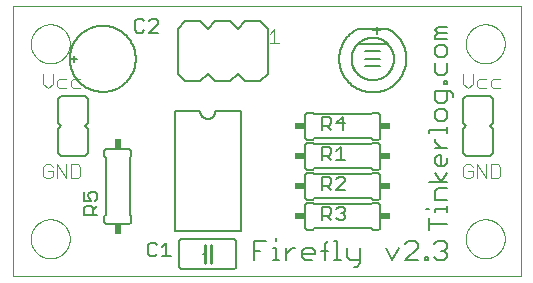
<source format=gto>
G75*
%MOIN*%
%OFA0B0*%
%FSLAX25Y25*%
%IPPOS*%
%LPD*%
%AMOC8*
5,1,8,0,0,1.08239X$1,22.5*
%
%ADD10C,0.00000*%
%ADD11C,0.00400*%
%ADD12C,0.00700*%
%ADD13C,0.00500*%
%ADD14C,0.00600*%
%ADD15R,0.03400X0.02400*%
%ADD16R,0.02400X0.03400*%
%ADD17C,0.01000*%
D10*
X0001494Y0001520D02*
X0001516Y0091480D01*
X0170850Y0091480D01*
X0170850Y0001520D01*
X0001494Y0001520D01*
X0007500Y0014000D02*
X0007502Y0014161D01*
X0007508Y0014321D01*
X0007518Y0014482D01*
X0007532Y0014642D01*
X0007550Y0014802D01*
X0007571Y0014961D01*
X0007597Y0015120D01*
X0007627Y0015278D01*
X0007660Y0015435D01*
X0007698Y0015592D01*
X0007739Y0015747D01*
X0007784Y0015901D01*
X0007833Y0016054D01*
X0007886Y0016206D01*
X0007942Y0016357D01*
X0008003Y0016506D01*
X0008066Y0016654D01*
X0008134Y0016800D01*
X0008205Y0016944D01*
X0008279Y0017086D01*
X0008357Y0017227D01*
X0008439Y0017365D01*
X0008524Y0017502D01*
X0008612Y0017636D01*
X0008704Y0017768D01*
X0008799Y0017898D01*
X0008897Y0018026D01*
X0008998Y0018151D01*
X0009102Y0018273D01*
X0009209Y0018393D01*
X0009319Y0018510D01*
X0009432Y0018625D01*
X0009548Y0018736D01*
X0009667Y0018845D01*
X0009788Y0018950D01*
X0009912Y0019053D01*
X0010038Y0019153D01*
X0010166Y0019249D01*
X0010297Y0019342D01*
X0010431Y0019432D01*
X0010566Y0019519D01*
X0010704Y0019602D01*
X0010843Y0019682D01*
X0010985Y0019758D01*
X0011128Y0019831D01*
X0011273Y0019900D01*
X0011420Y0019966D01*
X0011568Y0020028D01*
X0011718Y0020086D01*
X0011869Y0020141D01*
X0012022Y0020192D01*
X0012176Y0020239D01*
X0012331Y0020282D01*
X0012487Y0020321D01*
X0012643Y0020357D01*
X0012801Y0020388D01*
X0012959Y0020416D01*
X0013118Y0020440D01*
X0013278Y0020460D01*
X0013438Y0020476D01*
X0013598Y0020488D01*
X0013759Y0020496D01*
X0013920Y0020500D01*
X0014080Y0020500D01*
X0014241Y0020496D01*
X0014402Y0020488D01*
X0014562Y0020476D01*
X0014722Y0020460D01*
X0014882Y0020440D01*
X0015041Y0020416D01*
X0015199Y0020388D01*
X0015357Y0020357D01*
X0015513Y0020321D01*
X0015669Y0020282D01*
X0015824Y0020239D01*
X0015978Y0020192D01*
X0016131Y0020141D01*
X0016282Y0020086D01*
X0016432Y0020028D01*
X0016580Y0019966D01*
X0016727Y0019900D01*
X0016872Y0019831D01*
X0017015Y0019758D01*
X0017157Y0019682D01*
X0017296Y0019602D01*
X0017434Y0019519D01*
X0017569Y0019432D01*
X0017703Y0019342D01*
X0017834Y0019249D01*
X0017962Y0019153D01*
X0018088Y0019053D01*
X0018212Y0018950D01*
X0018333Y0018845D01*
X0018452Y0018736D01*
X0018568Y0018625D01*
X0018681Y0018510D01*
X0018791Y0018393D01*
X0018898Y0018273D01*
X0019002Y0018151D01*
X0019103Y0018026D01*
X0019201Y0017898D01*
X0019296Y0017768D01*
X0019388Y0017636D01*
X0019476Y0017502D01*
X0019561Y0017365D01*
X0019643Y0017227D01*
X0019721Y0017086D01*
X0019795Y0016944D01*
X0019866Y0016800D01*
X0019934Y0016654D01*
X0019997Y0016506D01*
X0020058Y0016357D01*
X0020114Y0016206D01*
X0020167Y0016054D01*
X0020216Y0015901D01*
X0020261Y0015747D01*
X0020302Y0015592D01*
X0020340Y0015435D01*
X0020373Y0015278D01*
X0020403Y0015120D01*
X0020429Y0014961D01*
X0020450Y0014802D01*
X0020468Y0014642D01*
X0020482Y0014482D01*
X0020492Y0014321D01*
X0020498Y0014161D01*
X0020500Y0014000D01*
X0020498Y0013839D01*
X0020492Y0013679D01*
X0020482Y0013518D01*
X0020468Y0013358D01*
X0020450Y0013198D01*
X0020429Y0013039D01*
X0020403Y0012880D01*
X0020373Y0012722D01*
X0020340Y0012565D01*
X0020302Y0012408D01*
X0020261Y0012253D01*
X0020216Y0012099D01*
X0020167Y0011946D01*
X0020114Y0011794D01*
X0020058Y0011643D01*
X0019997Y0011494D01*
X0019934Y0011346D01*
X0019866Y0011200D01*
X0019795Y0011056D01*
X0019721Y0010914D01*
X0019643Y0010773D01*
X0019561Y0010635D01*
X0019476Y0010498D01*
X0019388Y0010364D01*
X0019296Y0010232D01*
X0019201Y0010102D01*
X0019103Y0009974D01*
X0019002Y0009849D01*
X0018898Y0009727D01*
X0018791Y0009607D01*
X0018681Y0009490D01*
X0018568Y0009375D01*
X0018452Y0009264D01*
X0018333Y0009155D01*
X0018212Y0009050D01*
X0018088Y0008947D01*
X0017962Y0008847D01*
X0017834Y0008751D01*
X0017703Y0008658D01*
X0017569Y0008568D01*
X0017434Y0008481D01*
X0017296Y0008398D01*
X0017157Y0008318D01*
X0017015Y0008242D01*
X0016872Y0008169D01*
X0016727Y0008100D01*
X0016580Y0008034D01*
X0016432Y0007972D01*
X0016282Y0007914D01*
X0016131Y0007859D01*
X0015978Y0007808D01*
X0015824Y0007761D01*
X0015669Y0007718D01*
X0015513Y0007679D01*
X0015357Y0007643D01*
X0015199Y0007612D01*
X0015041Y0007584D01*
X0014882Y0007560D01*
X0014722Y0007540D01*
X0014562Y0007524D01*
X0014402Y0007512D01*
X0014241Y0007504D01*
X0014080Y0007500D01*
X0013920Y0007500D01*
X0013759Y0007504D01*
X0013598Y0007512D01*
X0013438Y0007524D01*
X0013278Y0007540D01*
X0013118Y0007560D01*
X0012959Y0007584D01*
X0012801Y0007612D01*
X0012643Y0007643D01*
X0012487Y0007679D01*
X0012331Y0007718D01*
X0012176Y0007761D01*
X0012022Y0007808D01*
X0011869Y0007859D01*
X0011718Y0007914D01*
X0011568Y0007972D01*
X0011420Y0008034D01*
X0011273Y0008100D01*
X0011128Y0008169D01*
X0010985Y0008242D01*
X0010843Y0008318D01*
X0010704Y0008398D01*
X0010566Y0008481D01*
X0010431Y0008568D01*
X0010297Y0008658D01*
X0010166Y0008751D01*
X0010038Y0008847D01*
X0009912Y0008947D01*
X0009788Y0009050D01*
X0009667Y0009155D01*
X0009548Y0009264D01*
X0009432Y0009375D01*
X0009319Y0009490D01*
X0009209Y0009607D01*
X0009102Y0009727D01*
X0008998Y0009849D01*
X0008897Y0009974D01*
X0008799Y0010102D01*
X0008704Y0010232D01*
X0008612Y0010364D01*
X0008524Y0010498D01*
X0008439Y0010635D01*
X0008357Y0010773D01*
X0008279Y0010914D01*
X0008205Y0011056D01*
X0008134Y0011200D01*
X0008066Y0011346D01*
X0008003Y0011494D01*
X0007942Y0011643D01*
X0007886Y0011794D01*
X0007833Y0011946D01*
X0007784Y0012099D01*
X0007739Y0012253D01*
X0007698Y0012408D01*
X0007660Y0012565D01*
X0007627Y0012722D01*
X0007597Y0012880D01*
X0007571Y0013039D01*
X0007550Y0013198D01*
X0007532Y0013358D01*
X0007518Y0013518D01*
X0007508Y0013679D01*
X0007502Y0013839D01*
X0007500Y0014000D01*
X0007500Y0079000D02*
X0007502Y0079161D01*
X0007508Y0079321D01*
X0007518Y0079482D01*
X0007532Y0079642D01*
X0007550Y0079802D01*
X0007571Y0079961D01*
X0007597Y0080120D01*
X0007627Y0080278D01*
X0007660Y0080435D01*
X0007698Y0080592D01*
X0007739Y0080747D01*
X0007784Y0080901D01*
X0007833Y0081054D01*
X0007886Y0081206D01*
X0007942Y0081357D01*
X0008003Y0081506D01*
X0008066Y0081654D01*
X0008134Y0081800D01*
X0008205Y0081944D01*
X0008279Y0082086D01*
X0008357Y0082227D01*
X0008439Y0082365D01*
X0008524Y0082502D01*
X0008612Y0082636D01*
X0008704Y0082768D01*
X0008799Y0082898D01*
X0008897Y0083026D01*
X0008998Y0083151D01*
X0009102Y0083273D01*
X0009209Y0083393D01*
X0009319Y0083510D01*
X0009432Y0083625D01*
X0009548Y0083736D01*
X0009667Y0083845D01*
X0009788Y0083950D01*
X0009912Y0084053D01*
X0010038Y0084153D01*
X0010166Y0084249D01*
X0010297Y0084342D01*
X0010431Y0084432D01*
X0010566Y0084519D01*
X0010704Y0084602D01*
X0010843Y0084682D01*
X0010985Y0084758D01*
X0011128Y0084831D01*
X0011273Y0084900D01*
X0011420Y0084966D01*
X0011568Y0085028D01*
X0011718Y0085086D01*
X0011869Y0085141D01*
X0012022Y0085192D01*
X0012176Y0085239D01*
X0012331Y0085282D01*
X0012487Y0085321D01*
X0012643Y0085357D01*
X0012801Y0085388D01*
X0012959Y0085416D01*
X0013118Y0085440D01*
X0013278Y0085460D01*
X0013438Y0085476D01*
X0013598Y0085488D01*
X0013759Y0085496D01*
X0013920Y0085500D01*
X0014080Y0085500D01*
X0014241Y0085496D01*
X0014402Y0085488D01*
X0014562Y0085476D01*
X0014722Y0085460D01*
X0014882Y0085440D01*
X0015041Y0085416D01*
X0015199Y0085388D01*
X0015357Y0085357D01*
X0015513Y0085321D01*
X0015669Y0085282D01*
X0015824Y0085239D01*
X0015978Y0085192D01*
X0016131Y0085141D01*
X0016282Y0085086D01*
X0016432Y0085028D01*
X0016580Y0084966D01*
X0016727Y0084900D01*
X0016872Y0084831D01*
X0017015Y0084758D01*
X0017157Y0084682D01*
X0017296Y0084602D01*
X0017434Y0084519D01*
X0017569Y0084432D01*
X0017703Y0084342D01*
X0017834Y0084249D01*
X0017962Y0084153D01*
X0018088Y0084053D01*
X0018212Y0083950D01*
X0018333Y0083845D01*
X0018452Y0083736D01*
X0018568Y0083625D01*
X0018681Y0083510D01*
X0018791Y0083393D01*
X0018898Y0083273D01*
X0019002Y0083151D01*
X0019103Y0083026D01*
X0019201Y0082898D01*
X0019296Y0082768D01*
X0019388Y0082636D01*
X0019476Y0082502D01*
X0019561Y0082365D01*
X0019643Y0082227D01*
X0019721Y0082086D01*
X0019795Y0081944D01*
X0019866Y0081800D01*
X0019934Y0081654D01*
X0019997Y0081506D01*
X0020058Y0081357D01*
X0020114Y0081206D01*
X0020167Y0081054D01*
X0020216Y0080901D01*
X0020261Y0080747D01*
X0020302Y0080592D01*
X0020340Y0080435D01*
X0020373Y0080278D01*
X0020403Y0080120D01*
X0020429Y0079961D01*
X0020450Y0079802D01*
X0020468Y0079642D01*
X0020482Y0079482D01*
X0020492Y0079321D01*
X0020498Y0079161D01*
X0020500Y0079000D01*
X0020498Y0078839D01*
X0020492Y0078679D01*
X0020482Y0078518D01*
X0020468Y0078358D01*
X0020450Y0078198D01*
X0020429Y0078039D01*
X0020403Y0077880D01*
X0020373Y0077722D01*
X0020340Y0077565D01*
X0020302Y0077408D01*
X0020261Y0077253D01*
X0020216Y0077099D01*
X0020167Y0076946D01*
X0020114Y0076794D01*
X0020058Y0076643D01*
X0019997Y0076494D01*
X0019934Y0076346D01*
X0019866Y0076200D01*
X0019795Y0076056D01*
X0019721Y0075914D01*
X0019643Y0075773D01*
X0019561Y0075635D01*
X0019476Y0075498D01*
X0019388Y0075364D01*
X0019296Y0075232D01*
X0019201Y0075102D01*
X0019103Y0074974D01*
X0019002Y0074849D01*
X0018898Y0074727D01*
X0018791Y0074607D01*
X0018681Y0074490D01*
X0018568Y0074375D01*
X0018452Y0074264D01*
X0018333Y0074155D01*
X0018212Y0074050D01*
X0018088Y0073947D01*
X0017962Y0073847D01*
X0017834Y0073751D01*
X0017703Y0073658D01*
X0017569Y0073568D01*
X0017434Y0073481D01*
X0017296Y0073398D01*
X0017157Y0073318D01*
X0017015Y0073242D01*
X0016872Y0073169D01*
X0016727Y0073100D01*
X0016580Y0073034D01*
X0016432Y0072972D01*
X0016282Y0072914D01*
X0016131Y0072859D01*
X0015978Y0072808D01*
X0015824Y0072761D01*
X0015669Y0072718D01*
X0015513Y0072679D01*
X0015357Y0072643D01*
X0015199Y0072612D01*
X0015041Y0072584D01*
X0014882Y0072560D01*
X0014722Y0072540D01*
X0014562Y0072524D01*
X0014402Y0072512D01*
X0014241Y0072504D01*
X0014080Y0072500D01*
X0013920Y0072500D01*
X0013759Y0072504D01*
X0013598Y0072512D01*
X0013438Y0072524D01*
X0013278Y0072540D01*
X0013118Y0072560D01*
X0012959Y0072584D01*
X0012801Y0072612D01*
X0012643Y0072643D01*
X0012487Y0072679D01*
X0012331Y0072718D01*
X0012176Y0072761D01*
X0012022Y0072808D01*
X0011869Y0072859D01*
X0011718Y0072914D01*
X0011568Y0072972D01*
X0011420Y0073034D01*
X0011273Y0073100D01*
X0011128Y0073169D01*
X0010985Y0073242D01*
X0010843Y0073318D01*
X0010704Y0073398D01*
X0010566Y0073481D01*
X0010431Y0073568D01*
X0010297Y0073658D01*
X0010166Y0073751D01*
X0010038Y0073847D01*
X0009912Y0073947D01*
X0009788Y0074050D01*
X0009667Y0074155D01*
X0009548Y0074264D01*
X0009432Y0074375D01*
X0009319Y0074490D01*
X0009209Y0074607D01*
X0009102Y0074727D01*
X0008998Y0074849D01*
X0008897Y0074974D01*
X0008799Y0075102D01*
X0008704Y0075232D01*
X0008612Y0075364D01*
X0008524Y0075498D01*
X0008439Y0075635D01*
X0008357Y0075773D01*
X0008279Y0075914D01*
X0008205Y0076056D01*
X0008134Y0076200D01*
X0008066Y0076346D01*
X0008003Y0076494D01*
X0007942Y0076643D01*
X0007886Y0076794D01*
X0007833Y0076946D01*
X0007784Y0077099D01*
X0007739Y0077253D01*
X0007698Y0077408D01*
X0007660Y0077565D01*
X0007627Y0077722D01*
X0007597Y0077880D01*
X0007571Y0078039D01*
X0007550Y0078198D01*
X0007532Y0078358D01*
X0007518Y0078518D01*
X0007508Y0078679D01*
X0007502Y0078839D01*
X0007500Y0079000D01*
X0152500Y0079000D02*
X0152502Y0079161D01*
X0152508Y0079321D01*
X0152518Y0079482D01*
X0152532Y0079642D01*
X0152550Y0079802D01*
X0152571Y0079961D01*
X0152597Y0080120D01*
X0152627Y0080278D01*
X0152660Y0080435D01*
X0152698Y0080592D01*
X0152739Y0080747D01*
X0152784Y0080901D01*
X0152833Y0081054D01*
X0152886Y0081206D01*
X0152942Y0081357D01*
X0153003Y0081506D01*
X0153066Y0081654D01*
X0153134Y0081800D01*
X0153205Y0081944D01*
X0153279Y0082086D01*
X0153357Y0082227D01*
X0153439Y0082365D01*
X0153524Y0082502D01*
X0153612Y0082636D01*
X0153704Y0082768D01*
X0153799Y0082898D01*
X0153897Y0083026D01*
X0153998Y0083151D01*
X0154102Y0083273D01*
X0154209Y0083393D01*
X0154319Y0083510D01*
X0154432Y0083625D01*
X0154548Y0083736D01*
X0154667Y0083845D01*
X0154788Y0083950D01*
X0154912Y0084053D01*
X0155038Y0084153D01*
X0155166Y0084249D01*
X0155297Y0084342D01*
X0155431Y0084432D01*
X0155566Y0084519D01*
X0155704Y0084602D01*
X0155843Y0084682D01*
X0155985Y0084758D01*
X0156128Y0084831D01*
X0156273Y0084900D01*
X0156420Y0084966D01*
X0156568Y0085028D01*
X0156718Y0085086D01*
X0156869Y0085141D01*
X0157022Y0085192D01*
X0157176Y0085239D01*
X0157331Y0085282D01*
X0157487Y0085321D01*
X0157643Y0085357D01*
X0157801Y0085388D01*
X0157959Y0085416D01*
X0158118Y0085440D01*
X0158278Y0085460D01*
X0158438Y0085476D01*
X0158598Y0085488D01*
X0158759Y0085496D01*
X0158920Y0085500D01*
X0159080Y0085500D01*
X0159241Y0085496D01*
X0159402Y0085488D01*
X0159562Y0085476D01*
X0159722Y0085460D01*
X0159882Y0085440D01*
X0160041Y0085416D01*
X0160199Y0085388D01*
X0160357Y0085357D01*
X0160513Y0085321D01*
X0160669Y0085282D01*
X0160824Y0085239D01*
X0160978Y0085192D01*
X0161131Y0085141D01*
X0161282Y0085086D01*
X0161432Y0085028D01*
X0161580Y0084966D01*
X0161727Y0084900D01*
X0161872Y0084831D01*
X0162015Y0084758D01*
X0162157Y0084682D01*
X0162296Y0084602D01*
X0162434Y0084519D01*
X0162569Y0084432D01*
X0162703Y0084342D01*
X0162834Y0084249D01*
X0162962Y0084153D01*
X0163088Y0084053D01*
X0163212Y0083950D01*
X0163333Y0083845D01*
X0163452Y0083736D01*
X0163568Y0083625D01*
X0163681Y0083510D01*
X0163791Y0083393D01*
X0163898Y0083273D01*
X0164002Y0083151D01*
X0164103Y0083026D01*
X0164201Y0082898D01*
X0164296Y0082768D01*
X0164388Y0082636D01*
X0164476Y0082502D01*
X0164561Y0082365D01*
X0164643Y0082227D01*
X0164721Y0082086D01*
X0164795Y0081944D01*
X0164866Y0081800D01*
X0164934Y0081654D01*
X0164997Y0081506D01*
X0165058Y0081357D01*
X0165114Y0081206D01*
X0165167Y0081054D01*
X0165216Y0080901D01*
X0165261Y0080747D01*
X0165302Y0080592D01*
X0165340Y0080435D01*
X0165373Y0080278D01*
X0165403Y0080120D01*
X0165429Y0079961D01*
X0165450Y0079802D01*
X0165468Y0079642D01*
X0165482Y0079482D01*
X0165492Y0079321D01*
X0165498Y0079161D01*
X0165500Y0079000D01*
X0165498Y0078839D01*
X0165492Y0078679D01*
X0165482Y0078518D01*
X0165468Y0078358D01*
X0165450Y0078198D01*
X0165429Y0078039D01*
X0165403Y0077880D01*
X0165373Y0077722D01*
X0165340Y0077565D01*
X0165302Y0077408D01*
X0165261Y0077253D01*
X0165216Y0077099D01*
X0165167Y0076946D01*
X0165114Y0076794D01*
X0165058Y0076643D01*
X0164997Y0076494D01*
X0164934Y0076346D01*
X0164866Y0076200D01*
X0164795Y0076056D01*
X0164721Y0075914D01*
X0164643Y0075773D01*
X0164561Y0075635D01*
X0164476Y0075498D01*
X0164388Y0075364D01*
X0164296Y0075232D01*
X0164201Y0075102D01*
X0164103Y0074974D01*
X0164002Y0074849D01*
X0163898Y0074727D01*
X0163791Y0074607D01*
X0163681Y0074490D01*
X0163568Y0074375D01*
X0163452Y0074264D01*
X0163333Y0074155D01*
X0163212Y0074050D01*
X0163088Y0073947D01*
X0162962Y0073847D01*
X0162834Y0073751D01*
X0162703Y0073658D01*
X0162569Y0073568D01*
X0162434Y0073481D01*
X0162296Y0073398D01*
X0162157Y0073318D01*
X0162015Y0073242D01*
X0161872Y0073169D01*
X0161727Y0073100D01*
X0161580Y0073034D01*
X0161432Y0072972D01*
X0161282Y0072914D01*
X0161131Y0072859D01*
X0160978Y0072808D01*
X0160824Y0072761D01*
X0160669Y0072718D01*
X0160513Y0072679D01*
X0160357Y0072643D01*
X0160199Y0072612D01*
X0160041Y0072584D01*
X0159882Y0072560D01*
X0159722Y0072540D01*
X0159562Y0072524D01*
X0159402Y0072512D01*
X0159241Y0072504D01*
X0159080Y0072500D01*
X0158920Y0072500D01*
X0158759Y0072504D01*
X0158598Y0072512D01*
X0158438Y0072524D01*
X0158278Y0072540D01*
X0158118Y0072560D01*
X0157959Y0072584D01*
X0157801Y0072612D01*
X0157643Y0072643D01*
X0157487Y0072679D01*
X0157331Y0072718D01*
X0157176Y0072761D01*
X0157022Y0072808D01*
X0156869Y0072859D01*
X0156718Y0072914D01*
X0156568Y0072972D01*
X0156420Y0073034D01*
X0156273Y0073100D01*
X0156128Y0073169D01*
X0155985Y0073242D01*
X0155843Y0073318D01*
X0155704Y0073398D01*
X0155566Y0073481D01*
X0155431Y0073568D01*
X0155297Y0073658D01*
X0155166Y0073751D01*
X0155038Y0073847D01*
X0154912Y0073947D01*
X0154788Y0074050D01*
X0154667Y0074155D01*
X0154548Y0074264D01*
X0154432Y0074375D01*
X0154319Y0074490D01*
X0154209Y0074607D01*
X0154102Y0074727D01*
X0153998Y0074849D01*
X0153897Y0074974D01*
X0153799Y0075102D01*
X0153704Y0075232D01*
X0153612Y0075364D01*
X0153524Y0075498D01*
X0153439Y0075635D01*
X0153357Y0075773D01*
X0153279Y0075914D01*
X0153205Y0076056D01*
X0153134Y0076200D01*
X0153066Y0076346D01*
X0153003Y0076494D01*
X0152942Y0076643D01*
X0152886Y0076794D01*
X0152833Y0076946D01*
X0152784Y0077099D01*
X0152739Y0077253D01*
X0152698Y0077408D01*
X0152660Y0077565D01*
X0152627Y0077722D01*
X0152597Y0077880D01*
X0152571Y0078039D01*
X0152550Y0078198D01*
X0152532Y0078358D01*
X0152518Y0078518D01*
X0152508Y0078679D01*
X0152502Y0078839D01*
X0152500Y0079000D01*
X0152500Y0014000D02*
X0152502Y0014161D01*
X0152508Y0014321D01*
X0152518Y0014482D01*
X0152532Y0014642D01*
X0152550Y0014802D01*
X0152571Y0014961D01*
X0152597Y0015120D01*
X0152627Y0015278D01*
X0152660Y0015435D01*
X0152698Y0015592D01*
X0152739Y0015747D01*
X0152784Y0015901D01*
X0152833Y0016054D01*
X0152886Y0016206D01*
X0152942Y0016357D01*
X0153003Y0016506D01*
X0153066Y0016654D01*
X0153134Y0016800D01*
X0153205Y0016944D01*
X0153279Y0017086D01*
X0153357Y0017227D01*
X0153439Y0017365D01*
X0153524Y0017502D01*
X0153612Y0017636D01*
X0153704Y0017768D01*
X0153799Y0017898D01*
X0153897Y0018026D01*
X0153998Y0018151D01*
X0154102Y0018273D01*
X0154209Y0018393D01*
X0154319Y0018510D01*
X0154432Y0018625D01*
X0154548Y0018736D01*
X0154667Y0018845D01*
X0154788Y0018950D01*
X0154912Y0019053D01*
X0155038Y0019153D01*
X0155166Y0019249D01*
X0155297Y0019342D01*
X0155431Y0019432D01*
X0155566Y0019519D01*
X0155704Y0019602D01*
X0155843Y0019682D01*
X0155985Y0019758D01*
X0156128Y0019831D01*
X0156273Y0019900D01*
X0156420Y0019966D01*
X0156568Y0020028D01*
X0156718Y0020086D01*
X0156869Y0020141D01*
X0157022Y0020192D01*
X0157176Y0020239D01*
X0157331Y0020282D01*
X0157487Y0020321D01*
X0157643Y0020357D01*
X0157801Y0020388D01*
X0157959Y0020416D01*
X0158118Y0020440D01*
X0158278Y0020460D01*
X0158438Y0020476D01*
X0158598Y0020488D01*
X0158759Y0020496D01*
X0158920Y0020500D01*
X0159080Y0020500D01*
X0159241Y0020496D01*
X0159402Y0020488D01*
X0159562Y0020476D01*
X0159722Y0020460D01*
X0159882Y0020440D01*
X0160041Y0020416D01*
X0160199Y0020388D01*
X0160357Y0020357D01*
X0160513Y0020321D01*
X0160669Y0020282D01*
X0160824Y0020239D01*
X0160978Y0020192D01*
X0161131Y0020141D01*
X0161282Y0020086D01*
X0161432Y0020028D01*
X0161580Y0019966D01*
X0161727Y0019900D01*
X0161872Y0019831D01*
X0162015Y0019758D01*
X0162157Y0019682D01*
X0162296Y0019602D01*
X0162434Y0019519D01*
X0162569Y0019432D01*
X0162703Y0019342D01*
X0162834Y0019249D01*
X0162962Y0019153D01*
X0163088Y0019053D01*
X0163212Y0018950D01*
X0163333Y0018845D01*
X0163452Y0018736D01*
X0163568Y0018625D01*
X0163681Y0018510D01*
X0163791Y0018393D01*
X0163898Y0018273D01*
X0164002Y0018151D01*
X0164103Y0018026D01*
X0164201Y0017898D01*
X0164296Y0017768D01*
X0164388Y0017636D01*
X0164476Y0017502D01*
X0164561Y0017365D01*
X0164643Y0017227D01*
X0164721Y0017086D01*
X0164795Y0016944D01*
X0164866Y0016800D01*
X0164934Y0016654D01*
X0164997Y0016506D01*
X0165058Y0016357D01*
X0165114Y0016206D01*
X0165167Y0016054D01*
X0165216Y0015901D01*
X0165261Y0015747D01*
X0165302Y0015592D01*
X0165340Y0015435D01*
X0165373Y0015278D01*
X0165403Y0015120D01*
X0165429Y0014961D01*
X0165450Y0014802D01*
X0165468Y0014642D01*
X0165482Y0014482D01*
X0165492Y0014321D01*
X0165498Y0014161D01*
X0165500Y0014000D01*
X0165498Y0013839D01*
X0165492Y0013679D01*
X0165482Y0013518D01*
X0165468Y0013358D01*
X0165450Y0013198D01*
X0165429Y0013039D01*
X0165403Y0012880D01*
X0165373Y0012722D01*
X0165340Y0012565D01*
X0165302Y0012408D01*
X0165261Y0012253D01*
X0165216Y0012099D01*
X0165167Y0011946D01*
X0165114Y0011794D01*
X0165058Y0011643D01*
X0164997Y0011494D01*
X0164934Y0011346D01*
X0164866Y0011200D01*
X0164795Y0011056D01*
X0164721Y0010914D01*
X0164643Y0010773D01*
X0164561Y0010635D01*
X0164476Y0010498D01*
X0164388Y0010364D01*
X0164296Y0010232D01*
X0164201Y0010102D01*
X0164103Y0009974D01*
X0164002Y0009849D01*
X0163898Y0009727D01*
X0163791Y0009607D01*
X0163681Y0009490D01*
X0163568Y0009375D01*
X0163452Y0009264D01*
X0163333Y0009155D01*
X0163212Y0009050D01*
X0163088Y0008947D01*
X0162962Y0008847D01*
X0162834Y0008751D01*
X0162703Y0008658D01*
X0162569Y0008568D01*
X0162434Y0008481D01*
X0162296Y0008398D01*
X0162157Y0008318D01*
X0162015Y0008242D01*
X0161872Y0008169D01*
X0161727Y0008100D01*
X0161580Y0008034D01*
X0161432Y0007972D01*
X0161282Y0007914D01*
X0161131Y0007859D01*
X0160978Y0007808D01*
X0160824Y0007761D01*
X0160669Y0007718D01*
X0160513Y0007679D01*
X0160357Y0007643D01*
X0160199Y0007612D01*
X0160041Y0007584D01*
X0159882Y0007560D01*
X0159722Y0007540D01*
X0159562Y0007524D01*
X0159402Y0007512D01*
X0159241Y0007504D01*
X0159080Y0007500D01*
X0158920Y0007500D01*
X0158759Y0007504D01*
X0158598Y0007512D01*
X0158438Y0007524D01*
X0158278Y0007540D01*
X0158118Y0007560D01*
X0157959Y0007584D01*
X0157801Y0007612D01*
X0157643Y0007643D01*
X0157487Y0007679D01*
X0157331Y0007718D01*
X0157176Y0007761D01*
X0157022Y0007808D01*
X0156869Y0007859D01*
X0156718Y0007914D01*
X0156568Y0007972D01*
X0156420Y0008034D01*
X0156273Y0008100D01*
X0156128Y0008169D01*
X0155985Y0008242D01*
X0155843Y0008318D01*
X0155704Y0008398D01*
X0155566Y0008481D01*
X0155431Y0008568D01*
X0155297Y0008658D01*
X0155166Y0008751D01*
X0155038Y0008847D01*
X0154912Y0008947D01*
X0154788Y0009050D01*
X0154667Y0009155D01*
X0154548Y0009264D01*
X0154432Y0009375D01*
X0154319Y0009490D01*
X0154209Y0009607D01*
X0154102Y0009727D01*
X0153998Y0009849D01*
X0153897Y0009974D01*
X0153799Y0010102D01*
X0153704Y0010232D01*
X0153612Y0010364D01*
X0153524Y0010498D01*
X0153439Y0010635D01*
X0153357Y0010773D01*
X0153279Y0010914D01*
X0153205Y0011056D01*
X0153134Y0011200D01*
X0153066Y0011346D01*
X0153003Y0011494D01*
X0152942Y0011643D01*
X0152886Y0011794D01*
X0152833Y0011946D01*
X0152784Y0012099D01*
X0152739Y0012253D01*
X0152698Y0012408D01*
X0152660Y0012565D01*
X0152627Y0012722D01*
X0152597Y0012880D01*
X0152571Y0013039D01*
X0152550Y0013198D01*
X0152532Y0013358D01*
X0152518Y0013518D01*
X0152508Y0013679D01*
X0152502Y0013839D01*
X0152500Y0014000D01*
D11*
X0152467Y0034200D02*
X0154002Y0034200D01*
X0154769Y0034967D01*
X0154769Y0036502D01*
X0153235Y0036502D01*
X0154769Y0038037D02*
X0154002Y0038804D01*
X0152467Y0038804D01*
X0151700Y0038037D01*
X0151700Y0034967D01*
X0152467Y0034200D01*
X0156304Y0034200D02*
X0156304Y0038804D01*
X0159373Y0034200D01*
X0159373Y0038804D01*
X0160908Y0038804D02*
X0163210Y0038804D01*
X0163977Y0038037D01*
X0163977Y0034967D01*
X0163210Y0034200D01*
X0160908Y0034200D01*
X0160908Y0038804D01*
X0161675Y0064200D02*
X0163977Y0064200D01*
X0161675Y0064200D02*
X0160908Y0064967D01*
X0160908Y0066502D01*
X0161675Y0067269D01*
X0163977Y0067269D01*
X0159373Y0067269D02*
X0157071Y0067269D01*
X0156304Y0066502D01*
X0156304Y0064967D01*
X0157071Y0064200D01*
X0159373Y0064200D01*
X0154769Y0065735D02*
X0154769Y0068804D01*
X0151700Y0068804D02*
X0151700Y0065735D01*
X0153235Y0064200D01*
X0154769Y0065735D01*
X0090165Y0079200D02*
X0087096Y0079200D01*
X0088631Y0079200D02*
X0088631Y0083804D01*
X0087096Y0082269D01*
X0023977Y0067269D02*
X0021675Y0067269D01*
X0020908Y0066502D01*
X0020908Y0064967D01*
X0021675Y0064200D01*
X0023977Y0064200D01*
X0019373Y0064200D02*
X0017071Y0064200D01*
X0016304Y0064967D01*
X0016304Y0066502D01*
X0017071Y0067269D01*
X0019373Y0067269D01*
X0014769Y0065735D02*
X0014769Y0068804D01*
X0011700Y0068804D02*
X0011700Y0065735D01*
X0013235Y0064200D01*
X0014769Y0065735D01*
X0014002Y0038804D02*
X0012467Y0038804D01*
X0011700Y0038037D01*
X0011700Y0034967D01*
X0012467Y0034200D01*
X0014002Y0034200D01*
X0014769Y0034967D01*
X0014769Y0036502D01*
X0013235Y0036502D01*
X0014769Y0038037D02*
X0014002Y0038804D01*
X0016304Y0038804D02*
X0019373Y0034200D01*
X0019373Y0038804D01*
X0020908Y0038804D02*
X0023210Y0038804D01*
X0023977Y0038037D01*
X0023977Y0034967D01*
X0023210Y0034200D01*
X0020908Y0034200D01*
X0020908Y0038804D01*
X0016304Y0038804D02*
X0016304Y0034200D01*
D12*
X0081850Y0013155D02*
X0081850Y0006850D01*
X0081850Y0010003D02*
X0083952Y0010003D01*
X0088295Y0011054D02*
X0089346Y0011054D01*
X0089346Y0006850D01*
X0088295Y0006850D02*
X0090397Y0006850D01*
X0092592Y0006850D02*
X0092592Y0011054D01*
X0092592Y0008952D02*
X0094694Y0011054D01*
X0095745Y0011054D01*
X0097964Y0010003D02*
X0099015Y0011054D01*
X0101116Y0011054D01*
X0102167Y0010003D01*
X0102167Y0008952D01*
X0097964Y0008952D01*
X0097964Y0007901D02*
X0097964Y0010003D01*
X0097964Y0007901D02*
X0099015Y0006850D01*
X0101116Y0006850D01*
X0105460Y0006850D02*
X0105460Y0012104D01*
X0106511Y0013155D01*
X0108706Y0013155D02*
X0109757Y0013155D01*
X0109757Y0006850D01*
X0108706Y0006850D02*
X0110808Y0006850D01*
X0113003Y0007901D02*
X0114054Y0006850D01*
X0117207Y0006850D01*
X0117207Y0005799D02*
X0116156Y0004748D01*
X0115105Y0004748D01*
X0117207Y0005799D02*
X0117207Y0011054D01*
X0113003Y0011054D02*
X0113003Y0007901D01*
X0106511Y0010003D02*
X0104409Y0010003D01*
X0089346Y0013155D02*
X0089346Y0014206D01*
X0086054Y0013155D02*
X0081850Y0013155D01*
X0125894Y0011054D02*
X0127996Y0006850D01*
X0130098Y0011054D01*
X0132340Y0012104D02*
X0133391Y0013155D01*
X0135492Y0013155D01*
X0136543Y0012104D01*
X0136543Y0011054D01*
X0132340Y0006850D01*
X0136543Y0006850D01*
X0138785Y0006850D02*
X0139836Y0006850D01*
X0139836Y0007901D01*
X0138785Y0007901D01*
X0138785Y0006850D01*
X0142008Y0007901D02*
X0143059Y0006850D01*
X0145161Y0006850D01*
X0146212Y0007901D01*
X0146212Y0008952D01*
X0145161Y0010003D01*
X0144110Y0010003D01*
X0145161Y0010003D02*
X0146212Y0011054D01*
X0146212Y0012104D01*
X0145161Y0013155D01*
X0143059Y0013155D01*
X0142008Y0012104D01*
X0140245Y0016850D02*
X0140245Y0020787D01*
X0140245Y0018818D02*
X0146150Y0018818D01*
X0146150Y0022927D02*
X0146150Y0024896D01*
X0146150Y0023911D02*
X0142213Y0023911D01*
X0142213Y0022927D01*
X0140245Y0023911D02*
X0139261Y0023911D01*
X0142213Y0026979D02*
X0142213Y0029931D01*
X0143197Y0030915D01*
X0146150Y0030915D01*
X0146150Y0033056D02*
X0140245Y0033056D01*
X0142213Y0036008D02*
X0144182Y0033056D01*
X0146150Y0036008D01*
X0145166Y0038120D02*
X0143197Y0038120D01*
X0142213Y0039104D01*
X0142213Y0041073D01*
X0143197Y0042057D01*
X0144182Y0042057D01*
X0144182Y0038120D01*
X0145166Y0038120D02*
X0146150Y0039104D01*
X0146150Y0041073D01*
X0146150Y0044197D02*
X0142213Y0044197D01*
X0144182Y0044197D02*
X0142213Y0046166D01*
X0142213Y0047150D01*
X0140245Y0049262D02*
X0140245Y0050246D01*
X0146150Y0050246D01*
X0146150Y0049262D02*
X0146150Y0051230D01*
X0145166Y0053313D02*
X0143197Y0053313D01*
X0142213Y0054297D01*
X0142213Y0056266D01*
X0143197Y0057250D01*
X0145166Y0057250D01*
X0146150Y0056266D01*
X0146150Y0054297D01*
X0145166Y0053313D01*
X0145166Y0059390D02*
X0143197Y0059390D01*
X0142213Y0060374D01*
X0142213Y0063327D01*
X0147134Y0063327D01*
X0148118Y0062343D01*
X0148118Y0061359D01*
X0146150Y0060374D02*
X0146150Y0063327D01*
X0146150Y0065467D02*
X0145166Y0065467D01*
X0145166Y0066452D01*
X0146150Y0066452D01*
X0146150Y0065467D01*
X0145166Y0068506D02*
X0143197Y0068506D01*
X0142213Y0069490D01*
X0142213Y0072443D01*
X0146150Y0072443D02*
X0146150Y0069490D01*
X0145166Y0068506D01*
X0145166Y0074583D02*
X0143197Y0074583D01*
X0142213Y0075567D01*
X0142213Y0077536D01*
X0143197Y0078520D01*
X0145166Y0078520D01*
X0146150Y0077536D01*
X0146150Y0075567D01*
X0145166Y0074583D01*
X0146150Y0080660D02*
X0142213Y0080660D01*
X0142213Y0081645D01*
X0143197Y0082629D01*
X0142213Y0083613D01*
X0143197Y0084597D01*
X0146150Y0084597D01*
X0146150Y0082629D02*
X0143197Y0082629D01*
X0146150Y0060374D02*
X0145166Y0059390D01*
X0146150Y0026979D02*
X0142213Y0026979D01*
D13*
X0112356Y0024003D02*
X0112356Y0023253D01*
X0111606Y0022502D01*
X0112356Y0021751D01*
X0112356Y0021001D01*
X0111606Y0020250D01*
X0110105Y0020250D01*
X0109354Y0021001D01*
X0107753Y0020250D02*
X0106251Y0021751D01*
X0107002Y0021751D02*
X0104750Y0021751D01*
X0107002Y0021751D02*
X0107753Y0022502D01*
X0107753Y0024003D01*
X0107002Y0024754D01*
X0104750Y0024754D01*
X0104750Y0020250D01*
X0109354Y0024003D02*
X0110105Y0024754D01*
X0111606Y0024754D01*
X0112356Y0024003D01*
X0111606Y0022502D02*
X0110855Y0022502D01*
X0109354Y0030250D02*
X0112356Y0033253D01*
X0112356Y0034003D01*
X0111606Y0034754D01*
X0110105Y0034754D01*
X0109354Y0034003D01*
X0107753Y0034003D02*
X0107753Y0032502D01*
X0107002Y0031751D01*
X0104750Y0031751D01*
X0106251Y0031751D02*
X0107753Y0030250D01*
X0109354Y0030250D02*
X0112356Y0030250D01*
X0107753Y0034003D02*
X0107002Y0034754D01*
X0104750Y0034754D01*
X0104750Y0030250D01*
X0104750Y0040250D02*
X0104750Y0044754D01*
X0107002Y0044754D01*
X0107753Y0044003D01*
X0107753Y0042502D01*
X0107002Y0041751D01*
X0104750Y0041751D01*
X0106251Y0041751D02*
X0107753Y0040250D01*
X0109354Y0040250D02*
X0112356Y0040250D01*
X0110855Y0040250D02*
X0110855Y0044754D01*
X0109354Y0043253D01*
X0107753Y0050250D02*
X0106251Y0051751D01*
X0107002Y0051751D02*
X0104750Y0051751D01*
X0104750Y0050250D02*
X0104750Y0054754D01*
X0107002Y0054754D01*
X0107753Y0054003D01*
X0107753Y0052502D01*
X0107002Y0051751D01*
X0109354Y0052502D02*
X0112356Y0052502D01*
X0111606Y0054754D02*
X0109354Y0052502D01*
X0111606Y0050250D02*
X0111606Y0054754D01*
X0119000Y0071500D02*
X0124000Y0071500D01*
X0124000Y0074000D02*
X0119000Y0074000D01*
X0114429Y0074000D02*
X0114431Y0074174D01*
X0114438Y0074347D01*
X0114448Y0074520D01*
X0114463Y0074693D01*
X0114482Y0074866D01*
X0114506Y0075038D01*
X0114533Y0075209D01*
X0114565Y0075379D01*
X0114601Y0075549D01*
X0114641Y0075718D01*
X0114685Y0075886D01*
X0114733Y0076053D01*
X0114786Y0076218D01*
X0114842Y0076382D01*
X0114903Y0076545D01*
X0114967Y0076706D01*
X0115036Y0076865D01*
X0115108Y0077023D01*
X0115184Y0077179D01*
X0115264Y0077333D01*
X0115348Y0077485D01*
X0115435Y0077635D01*
X0115526Y0077783D01*
X0115621Y0077928D01*
X0115719Y0078072D01*
X0115821Y0078212D01*
X0115926Y0078350D01*
X0116034Y0078486D01*
X0116146Y0078619D01*
X0116261Y0078749D01*
X0116379Y0078876D01*
X0116500Y0079000D01*
X0116624Y0079121D01*
X0116751Y0079239D01*
X0116881Y0079354D01*
X0117014Y0079466D01*
X0117150Y0079574D01*
X0117288Y0079679D01*
X0117428Y0079781D01*
X0117572Y0079879D01*
X0117717Y0079974D01*
X0117865Y0080065D01*
X0118015Y0080152D01*
X0118167Y0080236D01*
X0118321Y0080316D01*
X0118477Y0080392D01*
X0118635Y0080464D01*
X0118794Y0080533D01*
X0118955Y0080597D01*
X0119118Y0080658D01*
X0119282Y0080714D01*
X0119447Y0080767D01*
X0119614Y0080815D01*
X0119782Y0080859D01*
X0119951Y0080899D01*
X0120121Y0080935D01*
X0120291Y0080967D01*
X0120462Y0080994D01*
X0120634Y0081018D01*
X0120807Y0081037D01*
X0120980Y0081052D01*
X0121153Y0081062D01*
X0121326Y0081069D01*
X0121500Y0081071D01*
X0121674Y0081069D01*
X0121847Y0081062D01*
X0122020Y0081052D01*
X0122193Y0081037D01*
X0122366Y0081018D01*
X0122538Y0080994D01*
X0122709Y0080967D01*
X0122879Y0080935D01*
X0123049Y0080899D01*
X0123218Y0080859D01*
X0123386Y0080815D01*
X0123553Y0080767D01*
X0123718Y0080714D01*
X0123882Y0080658D01*
X0124045Y0080597D01*
X0124206Y0080533D01*
X0124365Y0080464D01*
X0124523Y0080392D01*
X0124679Y0080316D01*
X0124833Y0080236D01*
X0124985Y0080152D01*
X0125135Y0080065D01*
X0125283Y0079974D01*
X0125428Y0079879D01*
X0125572Y0079781D01*
X0125712Y0079679D01*
X0125850Y0079574D01*
X0125986Y0079466D01*
X0126119Y0079354D01*
X0126249Y0079239D01*
X0126376Y0079121D01*
X0126500Y0079000D01*
X0126621Y0078876D01*
X0126739Y0078749D01*
X0126854Y0078619D01*
X0126966Y0078486D01*
X0127074Y0078350D01*
X0127179Y0078212D01*
X0127281Y0078072D01*
X0127379Y0077928D01*
X0127474Y0077783D01*
X0127565Y0077635D01*
X0127652Y0077485D01*
X0127736Y0077333D01*
X0127816Y0077179D01*
X0127892Y0077023D01*
X0127964Y0076865D01*
X0128033Y0076706D01*
X0128097Y0076545D01*
X0128158Y0076382D01*
X0128214Y0076218D01*
X0128267Y0076053D01*
X0128315Y0075886D01*
X0128359Y0075718D01*
X0128399Y0075549D01*
X0128435Y0075379D01*
X0128467Y0075209D01*
X0128494Y0075038D01*
X0128518Y0074866D01*
X0128537Y0074693D01*
X0128552Y0074520D01*
X0128562Y0074347D01*
X0128569Y0074174D01*
X0128571Y0074000D01*
X0128569Y0073826D01*
X0128562Y0073653D01*
X0128552Y0073480D01*
X0128537Y0073307D01*
X0128518Y0073134D01*
X0128494Y0072962D01*
X0128467Y0072791D01*
X0128435Y0072621D01*
X0128399Y0072451D01*
X0128359Y0072282D01*
X0128315Y0072114D01*
X0128267Y0071947D01*
X0128214Y0071782D01*
X0128158Y0071618D01*
X0128097Y0071455D01*
X0128033Y0071294D01*
X0127964Y0071135D01*
X0127892Y0070977D01*
X0127816Y0070821D01*
X0127736Y0070667D01*
X0127652Y0070515D01*
X0127565Y0070365D01*
X0127474Y0070217D01*
X0127379Y0070072D01*
X0127281Y0069928D01*
X0127179Y0069788D01*
X0127074Y0069650D01*
X0126966Y0069514D01*
X0126854Y0069381D01*
X0126739Y0069251D01*
X0126621Y0069124D01*
X0126500Y0069000D01*
X0126376Y0068879D01*
X0126249Y0068761D01*
X0126119Y0068646D01*
X0125986Y0068534D01*
X0125850Y0068426D01*
X0125712Y0068321D01*
X0125572Y0068219D01*
X0125428Y0068121D01*
X0125283Y0068026D01*
X0125135Y0067935D01*
X0124985Y0067848D01*
X0124833Y0067764D01*
X0124679Y0067684D01*
X0124523Y0067608D01*
X0124365Y0067536D01*
X0124206Y0067467D01*
X0124045Y0067403D01*
X0123882Y0067342D01*
X0123718Y0067286D01*
X0123553Y0067233D01*
X0123386Y0067185D01*
X0123218Y0067141D01*
X0123049Y0067101D01*
X0122879Y0067065D01*
X0122709Y0067033D01*
X0122538Y0067006D01*
X0122366Y0066982D01*
X0122193Y0066963D01*
X0122020Y0066948D01*
X0121847Y0066938D01*
X0121674Y0066931D01*
X0121500Y0066929D01*
X0121326Y0066931D01*
X0121153Y0066938D01*
X0120980Y0066948D01*
X0120807Y0066963D01*
X0120634Y0066982D01*
X0120462Y0067006D01*
X0120291Y0067033D01*
X0120121Y0067065D01*
X0119951Y0067101D01*
X0119782Y0067141D01*
X0119614Y0067185D01*
X0119447Y0067233D01*
X0119282Y0067286D01*
X0119118Y0067342D01*
X0118955Y0067403D01*
X0118794Y0067467D01*
X0118635Y0067536D01*
X0118477Y0067608D01*
X0118321Y0067684D01*
X0118167Y0067764D01*
X0118015Y0067848D01*
X0117865Y0067935D01*
X0117717Y0068026D01*
X0117572Y0068121D01*
X0117428Y0068219D01*
X0117288Y0068321D01*
X0117150Y0068426D01*
X0117014Y0068534D01*
X0116881Y0068646D01*
X0116751Y0068761D01*
X0116624Y0068879D01*
X0116500Y0069000D01*
X0116379Y0069124D01*
X0116261Y0069251D01*
X0116146Y0069381D01*
X0116034Y0069514D01*
X0115926Y0069650D01*
X0115821Y0069788D01*
X0115719Y0069928D01*
X0115621Y0070072D01*
X0115526Y0070217D01*
X0115435Y0070365D01*
X0115348Y0070515D01*
X0115264Y0070667D01*
X0115184Y0070821D01*
X0115108Y0070977D01*
X0115036Y0071135D01*
X0114967Y0071294D01*
X0114903Y0071455D01*
X0114842Y0071618D01*
X0114786Y0071782D01*
X0114733Y0071947D01*
X0114685Y0072114D01*
X0114641Y0072282D01*
X0114601Y0072451D01*
X0114565Y0072621D01*
X0114533Y0072791D01*
X0114506Y0072962D01*
X0114482Y0073134D01*
X0114463Y0073307D01*
X0114448Y0073480D01*
X0114438Y0073653D01*
X0114431Y0073826D01*
X0114429Y0074000D01*
X0119000Y0076500D02*
X0124000Y0076500D01*
X0126500Y0079000D02*
X0116500Y0079000D01*
X0122918Y0082334D02*
X0122918Y0084669D01*
X0121750Y0083501D02*
X0124085Y0083501D01*
X0126500Y0084000D02*
X0116500Y0084000D01*
X0116500Y0079000D02*
X0116379Y0078876D01*
X0116262Y0078750D01*
X0116148Y0078621D01*
X0116036Y0078489D01*
X0115928Y0078354D01*
X0115824Y0078217D01*
X0115722Y0078077D01*
X0115625Y0077934D01*
X0115530Y0077790D01*
X0115440Y0077643D01*
X0115352Y0077494D01*
X0115269Y0077343D01*
X0115189Y0077190D01*
X0115113Y0077035D01*
X0115041Y0076878D01*
X0114973Y0076719D01*
X0114908Y0076559D01*
X0114848Y0076397D01*
X0114791Y0076234D01*
X0114739Y0076070D01*
X0114690Y0075904D01*
X0114646Y0075737D01*
X0114605Y0075569D01*
X0114569Y0075401D01*
X0114537Y0075231D01*
X0114509Y0075061D01*
X0114485Y0074890D01*
X0114466Y0074718D01*
X0114450Y0074546D01*
X0114439Y0074374D01*
X0114432Y0074201D01*
X0114429Y0074029D01*
X0114430Y0073856D01*
X0114436Y0073684D01*
X0114446Y0073511D01*
X0114460Y0073339D01*
X0114478Y0073167D01*
X0114501Y0072996D01*
X0114527Y0072826D01*
X0114558Y0072656D01*
X0114593Y0072487D01*
X0114632Y0072319D01*
X0114675Y0072151D01*
X0114722Y0071985D01*
X0114773Y0071820D01*
X0114829Y0071657D01*
X0114888Y0071495D01*
X0114951Y0071334D01*
X0115018Y0071175D01*
X0115089Y0071017D01*
X0115164Y0070862D01*
X0115242Y0070708D01*
X0115324Y0070556D01*
X0115410Y0070407D01*
X0115500Y0070259D01*
X0115593Y0070114D01*
X0115689Y0069970D01*
X0115790Y0069830D01*
X0115893Y0069692D01*
X0116000Y0069556D01*
X0116110Y0069423D01*
X0116223Y0069293D01*
X0116340Y0069165D01*
X0116460Y0069041D01*
X0116582Y0068919D01*
X0116708Y0068801D01*
X0116836Y0068685D01*
X0116967Y0068573D01*
X0117101Y0068464D01*
X0117237Y0068358D01*
X0117376Y0068256D01*
X0117518Y0068157D01*
X0117662Y0068061D01*
X0117808Y0067969D01*
X0117956Y0067881D01*
X0118107Y0067796D01*
X0118259Y0067715D01*
X0118414Y0067638D01*
X0118570Y0067565D01*
X0118728Y0067495D01*
X0118887Y0067429D01*
X0119049Y0067368D01*
X0119211Y0067310D01*
X0119375Y0067256D01*
X0119541Y0067206D01*
X0119707Y0067160D01*
X0119875Y0067118D01*
X0120043Y0067081D01*
X0120212Y0067047D01*
X0120382Y0067018D01*
X0120553Y0066993D01*
X0120725Y0066972D01*
X0120896Y0066955D01*
X0121069Y0066942D01*
X0121241Y0066934D01*
X0121414Y0066930D01*
X0121586Y0066930D01*
X0121759Y0066934D01*
X0121931Y0066942D01*
X0122104Y0066955D01*
X0122275Y0066972D01*
X0122447Y0066993D01*
X0122618Y0067018D01*
X0122788Y0067047D01*
X0122957Y0067081D01*
X0123125Y0067118D01*
X0123293Y0067160D01*
X0123459Y0067206D01*
X0123625Y0067256D01*
X0123789Y0067310D01*
X0123951Y0067368D01*
X0124113Y0067429D01*
X0124272Y0067495D01*
X0124430Y0067565D01*
X0124586Y0067638D01*
X0124741Y0067715D01*
X0124893Y0067796D01*
X0125044Y0067881D01*
X0125192Y0067969D01*
X0125338Y0068061D01*
X0125482Y0068157D01*
X0125624Y0068256D01*
X0125763Y0068358D01*
X0125899Y0068464D01*
X0126033Y0068573D01*
X0126164Y0068685D01*
X0126292Y0068801D01*
X0126418Y0068919D01*
X0126540Y0069041D01*
X0126660Y0069165D01*
X0126777Y0069293D01*
X0126890Y0069423D01*
X0127000Y0069556D01*
X0127107Y0069692D01*
X0127210Y0069830D01*
X0127311Y0069970D01*
X0127407Y0070114D01*
X0127500Y0070259D01*
X0127590Y0070407D01*
X0127676Y0070556D01*
X0127758Y0070708D01*
X0127836Y0070862D01*
X0127911Y0071017D01*
X0127982Y0071175D01*
X0128049Y0071334D01*
X0128112Y0071495D01*
X0128171Y0071657D01*
X0128227Y0071820D01*
X0128278Y0071985D01*
X0128325Y0072151D01*
X0128368Y0072319D01*
X0128407Y0072487D01*
X0128442Y0072656D01*
X0128473Y0072826D01*
X0128499Y0072996D01*
X0128522Y0073167D01*
X0128540Y0073339D01*
X0128554Y0073511D01*
X0128564Y0073684D01*
X0128570Y0073856D01*
X0128571Y0074029D01*
X0128568Y0074201D01*
X0128561Y0074374D01*
X0128550Y0074546D01*
X0128534Y0074718D01*
X0128515Y0074890D01*
X0128491Y0075061D01*
X0128463Y0075231D01*
X0128431Y0075401D01*
X0128395Y0075569D01*
X0128354Y0075737D01*
X0128310Y0075904D01*
X0128261Y0076070D01*
X0128209Y0076234D01*
X0128152Y0076397D01*
X0128092Y0076559D01*
X0128027Y0076719D01*
X0127959Y0076878D01*
X0127887Y0077035D01*
X0127811Y0077190D01*
X0127731Y0077343D01*
X0127648Y0077494D01*
X0127560Y0077643D01*
X0127470Y0077790D01*
X0127375Y0077934D01*
X0127278Y0078077D01*
X0127176Y0078217D01*
X0127072Y0078354D01*
X0126964Y0078489D01*
X0126852Y0078621D01*
X0126738Y0078750D01*
X0126621Y0078876D01*
X0126500Y0079000D01*
X0126500Y0084000D02*
X0126743Y0083874D01*
X0126983Y0083743D01*
X0127219Y0083606D01*
X0127453Y0083464D01*
X0127682Y0083315D01*
X0127908Y0083161D01*
X0128130Y0083002D01*
X0128348Y0082837D01*
X0128562Y0082667D01*
X0128772Y0082492D01*
X0128978Y0082311D01*
X0129179Y0082126D01*
X0129375Y0081936D01*
X0129567Y0081741D01*
X0129754Y0081541D01*
X0129936Y0081337D01*
X0130113Y0081129D01*
X0130284Y0080916D01*
X0130451Y0080699D01*
X0130612Y0080478D01*
X0130768Y0080253D01*
X0130918Y0080025D01*
X0131062Y0079793D01*
X0131201Y0079557D01*
X0131334Y0079318D01*
X0131461Y0079076D01*
X0131582Y0078831D01*
X0131697Y0078583D01*
X0131806Y0078332D01*
X0131909Y0078079D01*
X0132006Y0077823D01*
X0132096Y0077565D01*
X0132180Y0077305D01*
X0132258Y0077043D01*
X0132329Y0076779D01*
X0132394Y0076513D01*
X0132452Y0076246D01*
X0132504Y0075978D01*
X0132549Y0075708D01*
X0132587Y0075437D01*
X0132619Y0075166D01*
X0132644Y0074893D01*
X0132663Y0074621D01*
X0132675Y0074347D01*
X0132680Y0074074D01*
X0132678Y0073801D01*
X0132670Y0073527D01*
X0132655Y0073254D01*
X0132634Y0072982D01*
X0132605Y0072710D01*
X0132570Y0072439D01*
X0132529Y0072168D01*
X0132481Y0071899D01*
X0132426Y0071631D01*
X0132365Y0071365D01*
X0132297Y0071100D01*
X0132223Y0070837D01*
X0132143Y0070576D01*
X0132056Y0070316D01*
X0131962Y0070059D01*
X0131863Y0069805D01*
X0131757Y0069552D01*
X0131645Y0069303D01*
X0131528Y0069056D01*
X0131404Y0068813D01*
X0131274Y0068572D01*
X0131138Y0068335D01*
X0130997Y0068101D01*
X0130850Y0067870D01*
X0130697Y0067643D01*
X0130539Y0067420D01*
X0130375Y0067201D01*
X0130206Y0066986D01*
X0130032Y0066775D01*
X0129853Y0066569D01*
X0129669Y0066367D01*
X0129480Y0066169D01*
X0129286Y0065977D01*
X0129087Y0065789D01*
X0128884Y0065606D01*
X0128677Y0065427D01*
X0128465Y0065255D01*
X0128249Y0065087D01*
X0128029Y0064924D01*
X0127805Y0064768D01*
X0127577Y0064616D01*
X0127346Y0064470D01*
X0127111Y0064330D01*
X0126873Y0064196D01*
X0126632Y0064067D01*
X0126387Y0063945D01*
X0126140Y0063828D01*
X0125890Y0063718D01*
X0125637Y0063614D01*
X0125382Y0063516D01*
X0125124Y0063424D01*
X0124865Y0063338D01*
X0124603Y0063259D01*
X0124339Y0063187D01*
X0124074Y0063120D01*
X0123807Y0063061D01*
X0123539Y0063008D01*
X0123270Y0062961D01*
X0122999Y0062921D01*
X0122728Y0062888D01*
X0122456Y0062861D01*
X0122183Y0062841D01*
X0121910Y0062828D01*
X0121637Y0062821D01*
X0121363Y0062821D01*
X0121090Y0062828D01*
X0120817Y0062841D01*
X0120544Y0062861D01*
X0120272Y0062888D01*
X0120001Y0062921D01*
X0119730Y0062961D01*
X0119461Y0063008D01*
X0119193Y0063061D01*
X0118926Y0063120D01*
X0118661Y0063187D01*
X0118397Y0063259D01*
X0118135Y0063338D01*
X0117876Y0063424D01*
X0117618Y0063516D01*
X0117363Y0063614D01*
X0117110Y0063718D01*
X0116860Y0063828D01*
X0116613Y0063945D01*
X0116368Y0064067D01*
X0116127Y0064196D01*
X0115889Y0064330D01*
X0115654Y0064470D01*
X0115423Y0064616D01*
X0115195Y0064768D01*
X0114971Y0064924D01*
X0114751Y0065087D01*
X0114535Y0065255D01*
X0114323Y0065427D01*
X0114116Y0065606D01*
X0113913Y0065789D01*
X0113714Y0065977D01*
X0113520Y0066169D01*
X0113331Y0066367D01*
X0113147Y0066569D01*
X0112968Y0066775D01*
X0112794Y0066986D01*
X0112625Y0067201D01*
X0112461Y0067420D01*
X0112303Y0067643D01*
X0112150Y0067870D01*
X0112003Y0068101D01*
X0111862Y0068335D01*
X0111726Y0068572D01*
X0111596Y0068813D01*
X0111472Y0069056D01*
X0111355Y0069303D01*
X0111243Y0069552D01*
X0111137Y0069805D01*
X0111038Y0070059D01*
X0110944Y0070316D01*
X0110857Y0070576D01*
X0110777Y0070837D01*
X0110703Y0071100D01*
X0110635Y0071365D01*
X0110574Y0071631D01*
X0110519Y0071899D01*
X0110471Y0072168D01*
X0110430Y0072439D01*
X0110395Y0072710D01*
X0110366Y0072982D01*
X0110345Y0073254D01*
X0110330Y0073527D01*
X0110322Y0073801D01*
X0110320Y0074074D01*
X0110325Y0074347D01*
X0110337Y0074621D01*
X0110356Y0074893D01*
X0110381Y0075166D01*
X0110413Y0075437D01*
X0110451Y0075708D01*
X0110496Y0075978D01*
X0110548Y0076246D01*
X0110606Y0076513D01*
X0110671Y0076779D01*
X0110742Y0077043D01*
X0110820Y0077305D01*
X0110904Y0077565D01*
X0110994Y0077823D01*
X0111091Y0078079D01*
X0111194Y0078332D01*
X0111303Y0078583D01*
X0111418Y0078831D01*
X0111539Y0079076D01*
X0111666Y0079318D01*
X0111799Y0079557D01*
X0111938Y0079793D01*
X0112082Y0080025D01*
X0112232Y0080253D01*
X0112388Y0080478D01*
X0112549Y0080699D01*
X0112716Y0080916D01*
X0112887Y0081129D01*
X0113064Y0081337D01*
X0113246Y0081541D01*
X0113433Y0081741D01*
X0113625Y0081936D01*
X0113821Y0082126D01*
X0114022Y0082311D01*
X0114228Y0082492D01*
X0114438Y0082667D01*
X0114652Y0082837D01*
X0114870Y0083002D01*
X0115092Y0083161D01*
X0115318Y0083315D01*
X0115547Y0083464D01*
X0115781Y0083606D01*
X0116017Y0083743D01*
X0116257Y0083874D01*
X0116500Y0084000D01*
X0049856Y0082750D02*
X0046854Y0082750D01*
X0049856Y0085753D01*
X0049856Y0086503D01*
X0049106Y0087254D01*
X0047605Y0087254D01*
X0046854Y0086503D01*
X0045253Y0086503D02*
X0044502Y0087254D01*
X0043001Y0087254D01*
X0042250Y0086503D01*
X0042250Y0083501D01*
X0043001Y0082750D01*
X0044502Y0082750D01*
X0045253Y0083501D01*
X0028999Y0029649D02*
X0027498Y0029649D01*
X0026747Y0028898D01*
X0026747Y0028147D01*
X0027498Y0026646D01*
X0025246Y0026646D01*
X0025246Y0029649D01*
X0028999Y0029649D02*
X0029750Y0028898D01*
X0029750Y0027397D01*
X0028999Y0026646D01*
X0029750Y0025045D02*
X0028249Y0023543D01*
X0028249Y0024294D02*
X0027498Y0025045D01*
X0025997Y0025045D01*
X0025246Y0024294D01*
X0025246Y0022042D01*
X0029750Y0022042D01*
X0028249Y0022042D02*
X0028249Y0024294D01*
X0046542Y0012003D02*
X0047293Y0012754D01*
X0048794Y0012754D01*
X0049545Y0012003D01*
X0051146Y0011253D02*
X0052647Y0012754D01*
X0052647Y0008250D01*
X0051146Y0008250D02*
X0054149Y0008250D01*
X0049545Y0009001D02*
X0048794Y0008250D01*
X0047293Y0008250D01*
X0046542Y0009001D01*
X0046542Y0012003D01*
D14*
X0055500Y0016500D02*
X0077500Y0016500D01*
X0077500Y0056500D01*
X0069000Y0056500D01*
X0068998Y0056402D01*
X0068992Y0056304D01*
X0068983Y0056206D01*
X0068969Y0056109D01*
X0068952Y0056012D01*
X0068931Y0055916D01*
X0068906Y0055821D01*
X0068878Y0055727D01*
X0068845Y0055635D01*
X0068810Y0055543D01*
X0068770Y0055453D01*
X0068728Y0055365D01*
X0068681Y0055278D01*
X0068632Y0055194D01*
X0068579Y0055111D01*
X0068523Y0055031D01*
X0068463Y0054952D01*
X0068401Y0054876D01*
X0068336Y0054803D01*
X0068268Y0054732D01*
X0068197Y0054664D01*
X0068124Y0054599D01*
X0068048Y0054537D01*
X0067969Y0054477D01*
X0067889Y0054421D01*
X0067806Y0054368D01*
X0067722Y0054319D01*
X0067635Y0054272D01*
X0067547Y0054230D01*
X0067457Y0054190D01*
X0067365Y0054155D01*
X0067273Y0054122D01*
X0067179Y0054094D01*
X0067084Y0054069D01*
X0066988Y0054048D01*
X0066891Y0054031D01*
X0066794Y0054017D01*
X0066696Y0054008D01*
X0066598Y0054002D01*
X0066500Y0054000D01*
X0066402Y0054002D01*
X0066304Y0054008D01*
X0066206Y0054017D01*
X0066109Y0054031D01*
X0066012Y0054048D01*
X0065916Y0054069D01*
X0065821Y0054094D01*
X0065727Y0054122D01*
X0065635Y0054155D01*
X0065543Y0054190D01*
X0065453Y0054230D01*
X0065365Y0054272D01*
X0065278Y0054319D01*
X0065194Y0054368D01*
X0065111Y0054421D01*
X0065031Y0054477D01*
X0064952Y0054537D01*
X0064876Y0054599D01*
X0064803Y0054664D01*
X0064732Y0054732D01*
X0064664Y0054803D01*
X0064599Y0054876D01*
X0064537Y0054952D01*
X0064477Y0055031D01*
X0064421Y0055111D01*
X0064368Y0055194D01*
X0064319Y0055278D01*
X0064272Y0055365D01*
X0064230Y0055453D01*
X0064190Y0055543D01*
X0064155Y0055635D01*
X0064122Y0055727D01*
X0064094Y0055821D01*
X0064069Y0055916D01*
X0064048Y0056012D01*
X0064031Y0056109D01*
X0064017Y0056206D01*
X0064008Y0056304D01*
X0064002Y0056402D01*
X0064000Y0056500D01*
X0055500Y0056500D01*
X0055500Y0016500D01*
X0058000Y0014000D02*
X0075000Y0014000D01*
X0075060Y0013998D01*
X0075121Y0013993D01*
X0075180Y0013984D01*
X0075239Y0013971D01*
X0075298Y0013955D01*
X0075355Y0013935D01*
X0075410Y0013912D01*
X0075465Y0013885D01*
X0075517Y0013856D01*
X0075568Y0013823D01*
X0075617Y0013787D01*
X0075663Y0013749D01*
X0075707Y0013707D01*
X0075749Y0013663D01*
X0075787Y0013617D01*
X0075823Y0013568D01*
X0075856Y0013517D01*
X0075885Y0013465D01*
X0075912Y0013410D01*
X0075935Y0013355D01*
X0075955Y0013298D01*
X0075971Y0013239D01*
X0075984Y0013180D01*
X0075993Y0013121D01*
X0075998Y0013060D01*
X0076000Y0013000D01*
X0076000Y0005000D01*
X0075998Y0004940D01*
X0075993Y0004879D01*
X0075984Y0004820D01*
X0075971Y0004761D01*
X0075955Y0004702D01*
X0075935Y0004645D01*
X0075912Y0004590D01*
X0075885Y0004535D01*
X0075856Y0004483D01*
X0075823Y0004432D01*
X0075787Y0004383D01*
X0075749Y0004337D01*
X0075707Y0004293D01*
X0075663Y0004251D01*
X0075617Y0004213D01*
X0075568Y0004177D01*
X0075517Y0004144D01*
X0075465Y0004115D01*
X0075410Y0004088D01*
X0075355Y0004065D01*
X0075298Y0004045D01*
X0075239Y0004029D01*
X0075180Y0004016D01*
X0075121Y0004007D01*
X0075060Y0004002D01*
X0075000Y0004000D01*
X0058000Y0004000D01*
X0057940Y0004002D01*
X0057879Y0004007D01*
X0057820Y0004016D01*
X0057761Y0004029D01*
X0057702Y0004045D01*
X0057645Y0004065D01*
X0057590Y0004088D01*
X0057535Y0004115D01*
X0057483Y0004144D01*
X0057432Y0004177D01*
X0057383Y0004213D01*
X0057337Y0004251D01*
X0057293Y0004293D01*
X0057251Y0004337D01*
X0057213Y0004383D01*
X0057177Y0004432D01*
X0057144Y0004483D01*
X0057115Y0004535D01*
X0057088Y0004590D01*
X0057065Y0004645D01*
X0057045Y0004702D01*
X0057029Y0004761D01*
X0057016Y0004820D01*
X0057007Y0004879D01*
X0057002Y0004940D01*
X0057000Y0005000D01*
X0057000Y0013000D01*
X0057002Y0013060D01*
X0057007Y0013121D01*
X0057016Y0013180D01*
X0057029Y0013239D01*
X0057045Y0013298D01*
X0057065Y0013355D01*
X0057088Y0013410D01*
X0057115Y0013465D01*
X0057144Y0013517D01*
X0057177Y0013568D01*
X0057213Y0013617D01*
X0057251Y0013663D01*
X0057293Y0013707D01*
X0057337Y0013749D01*
X0057383Y0013787D01*
X0057432Y0013823D01*
X0057483Y0013856D01*
X0057535Y0013885D01*
X0057590Y0013912D01*
X0057645Y0013935D01*
X0057702Y0013955D01*
X0057761Y0013971D01*
X0057820Y0013984D01*
X0057879Y0013993D01*
X0057940Y0013998D01*
X0058000Y0014000D01*
X0065000Y0009000D02*
X0065500Y0009000D01*
X0067500Y0009000D02*
X0068000Y0009000D01*
X0041000Y0020000D02*
X0041000Y0021500D01*
X0040500Y0022000D01*
X0040500Y0041000D01*
X0041000Y0041500D01*
X0041000Y0043000D01*
X0040998Y0043060D01*
X0040993Y0043121D01*
X0040984Y0043180D01*
X0040971Y0043239D01*
X0040955Y0043298D01*
X0040935Y0043355D01*
X0040912Y0043410D01*
X0040885Y0043465D01*
X0040856Y0043517D01*
X0040823Y0043568D01*
X0040787Y0043617D01*
X0040749Y0043663D01*
X0040707Y0043707D01*
X0040663Y0043749D01*
X0040617Y0043787D01*
X0040568Y0043823D01*
X0040517Y0043856D01*
X0040465Y0043885D01*
X0040410Y0043912D01*
X0040355Y0043935D01*
X0040298Y0043955D01*
X0040239Y0043971D01*
X0040180Y0043984D01*
X0040121Y0043993D01*
X0040060Y0043998D01*
X0040000Y0044000D01*
X0033000Y0044000D01*
X0032940Y0043998D01*
X0032879Y0043993D01*
X0032820Y0043984D01*
X0032761Y0043971D01*
X0032702Y0043955D01*
X0032645Y0043935D01*
X0032590Y0043912D01*
X0032535Y0043885D01*
X0032483Y0043856D01*
X0032432Y0043823D01*
X0032383Y0043787D01*
X0032337Y0043749D01*
X0032293Y0043707D01*
X0032251Y0043663D01*
X0032213Y0043617D01*
X0032177Y0043568D01*
X0032144Y0043517D01*
X0032115Y0043465D01*
X0032088Y0043410D01*
X0032065Y0043355D01*
X0032045Y0043298D01*
X0032029Y0043239D01*
X0032016Y0043180D01*
X0032007Y0043121D01*
X0032002Y0043060D01*
X0032000Y0043000D01*
X0032000Y0041500D01*
X0032500Y0041000D01*
X0032500Y0022000D01*
X0032000Y0021500D01*
X0032000Y0020000D01*
X0032002Y0019940D01*
X0032007Y0019879D01*
X0032016Y0019820D01*
X0032029Y0019761D01*
X0032045Y0019702D01*
X0032065Y0019645D01*
X0032088Y0019590D01*
X0032115Y0019535D01*
X0032144Y0019483D01*
X0032177Y0019432D01*
X0032213Y0019383D01*
X0032251Y0019337D01*
X0032293Y0019293D01*
X0032337Y0019251D01*
X0032383Y0019213D01*
X0032432Y0019177D01*
X0032483Y0019144D01*
X0032535Y0019115D01*
X0032590Y0019088D01*
X0032645Y0019065D01*
X0032702Y0019045D01*
X0032761Y0019029D01*
X0032820Y0019016D01*
X0032879Y0019007D01*
X0032940Y0019002D01*
X0033000Y0019000D01*
X0040000Y0019000D01*
X0040060Y0019002D01*
X0040121Y0019007D01*
X0040180Y0019016D01*
X0040239Y0019029D01*
X0040298Y0019045D01*
X0040355Y0019065D01*
X0040410Y0019088D01*
X0040465Y0019115D01*
X0040517Y0019144D01*
X0040568Y0019177D01*
X0040617Y0019213D01*
X0040663Y0019251D01*
X0040707Y0019293D01*
X0040749Y0019337D01*
X0040787Y0019383D01*
X0040823Y0019432D01*
X0040856Y0019483D01*
X0040885Y0019535D01*
X0040912Y0019590D01*
X0040935Y0019645D01*
X0040955Y0019702D01*
X0040971Y0019761D01*
X0040984Y0019820D01*
X0040993Y0019879D01*
X0040998Y0019940D01*
X0041000Y0020000D01*
X0025500Y0041500D02*
X0017500Y0041500D01*
X0016500Y0042500D01*
X0016500Y0050500D01*
X0017500Y0051500D01*
X0016500Y0052500D01*
X0016500Y0060500D01*
X0017500Y0061500D01*
X0025500Y0061500D01*
X0026500Y0060500D01*
X0026500Y0052500D01*
X0025500Y0051500D01*
X0026500Y0050500D01*
X0026500Y0042500D01*
X0025500Y0041500D01*
X0056500Y0069000D02*
X0059000Y0066500D01*
X0064000Y0066500D01*
X0066500Y0069000D01*
X0069000Y0066500D01*
X0074000Y0066500D01*
X0076500Y0069000D01*
X0079000Y0066500D01*
X0084000Y0066500D01*
X0086500Y0069000D01*
X0086500Y0084000D01*
X0084000Y0086500D01*
X0079000Y0086500D01*
X0076500Y0084000D01*
X0074000Y0086500D01*
X0069000Y0086500D01*
X0066500Y0084000D01*
X0064000Y0086500D01*
X0059000Y0086500D01*
X0056500Y0084000D01*
X0056500Y0069000D01*
X0020500Y0074000D02*
X0020503Y0074270D01*
X0020513Y0074540D01*
X0020530Y0074809D01*
X0020553Y0075078D01*
X0020583Y0075347D01*
X0020619Y0075614D01*
X0020662Y0075881D01*
X0020711Y0076146D01*
X0020767Y0076410D01*
X0020830Y0076673D01*
X0020898Y0076934D01*
X0020974Y0077193D01*
X0021055Y0077450D01*
X0021143Y0077706D01*
X0021237Y0077959D01*
X0021337Y0078210D01*
X0021444Y0078458D01*
X0021556Y0078703D01*
X0021675Y0078946D01*
X0021799Y0079185D01*
X0021929Y0079422D01*
X0022065Y0079655D01*
X0022207Y0079885D01*
X0022354Y0080111D01*
X0022507Y0080334D01*
X0022665Y0080553D01*
X0022828Y0080768D01*
X0022997Y0080978D01*
X0023171Y0081185D01*
X0023350Y0081387D01*
X0023533Y0081585D01*
X0023722Y0081778D01*
X0023915Y0081967D01*
X0024113Y0082150D01*
X0024315Y0082329D01*
X0024522Y0082503D01*
X0024732Y0082672D01*
X0024947Y0082835D01*
X0025166Y0082993D01*
X0025389Y0083146D01*
X0025615Y0083293D01*
X0025845Y0083435D01*
X0026078Y0083571D01*
X0026315Y0083701D01*
X0026554Y0083825D01*
X0026797Y0083944D01*
X0027042Y0084056D01*
X0027290Y0084163D01*
X0027541Y0084263D01*
X0027794Y0084357D01*
X0028050Y0084445D01*
X0028307Y0084526D01*
X0028566Y0084602D01*
X0028827Y0084670D01*
X0029090Y0084733D01*
X0029354Y0084789D01*
X0029619Y0084838D01*
X0029886Y0084881D01*
X0030153Y0084917D01*
X0030422Y0084947D01*
X0030691Y0084970D01*
X0030960Y0084987D01*
X0031230Y0084997D01*
X0031500Y0085000D01*
X0031770Y0084997D01*
X0032040Y0084987D01*
X0032309Y0084970D01*
X0032578Y0084947D01*
X0032847Y0084917D01*
X0033114Y0084881D01*
X0033381Y0084838D01*
X0033646Y0084789D01*
X0033910Y0084733D01*
X0034173Y0084670D01*
X0034434Y0084602D01*
X0034693Y0084526D01*
X0034950Y0084445D01*
X0035206Y0084357D01*
X0035459Y0084263D01*
X0035710Y0084163D01*
X0035958Y0084056D01*
X0036203Y0083944D01*
X0036446Y0083825D01*
X0036685Y0083701D01*
X0036922Y0083571D01*
X0037155Y0083435D01*
X0037385Y0083293D01*
X0037611Y0083146D01*
X0037834Y0082993D01*
X0038053Y0082835D01*
X0038268Y0082672D01*
X0038478Y0082503D01*
X0038685Y0082329D01*
X0038887Y0082150D01*
X0039085Y0081967D01*
X0039278Y0081778D01*
X0039467Y0081585D01*
X0039650Y0081387D01*
X0039829Y0081185D01*
X0040003Y0080978D01*
X0040172Y0080768D01*
X0040335Y0080553D01*
X0040493Y0080334D01*
X0040646Y0080111D01*
X0040793Y0079885D01*
X0040935Y0079655D01*
X0041071Y0079422D01*
X0041201Y0079185D01*
X0041325Y0078946D01*
X0041444Y0078703D01*
X0041556Y0078458D01*
X0041663Y0078210D01*
X0041763Y0077959D01*
X0041857Y0077706D01*
X0041945Y0077450D01*
X0042026Y0077193D01*
X0042102Y0076934D01*
X0042170Y0076673D01*
X0042233Y0076410D01*
X0042289Y0076146D01*
X0042338Y0075881D01*
X0042381Y0075614D01*
X0042417Y0075347D01*
X0042447Y0075078D01*
X0042470Y0074809D01*
X0042487Y0074540D01*
X0042497Y0074270D01*
X0042500Y0074000D01*
X0042497Y0073730D01*
X0042487Y0073460D01*
X0042470Y0073191D01*
X0042447Y0072922D01*
X0042417Y0072653D01*
X0042381Y0072386D01*
X0042338Y0072119D01*
X0042289Y0071854D01*
X0042233Y0071590D01*
X0042170Y0071327D01*
X0042102Y0071066D01*
X0042026Y0070807D01*
X0041945Y0070550D01*
X0041857Y0070294D01*
X0041763Y0070041D01*
X0041663Y0069790D01*
X0041556Y0069542D01*
X0041444Y0069297D01*
X0041325Y0069054D01*
X0041201Y0068815D01*
X0041071Y0068578D01*
X0040935Y0068345D01*
X0040793Y0068115D01*
X0040646Y0067889D01*
X0040493Y0067666D01*
X0040335Y0067447D01*
X0040172Y0067232D01*
X0040003Y0067022D01*
X0039829Y0066815D01*
X0039650Y0066613D01*
X0039467Y0066415D01*
X0039278Y0066222D01*
X0039085Y0066033D01*
X0038887Y0065850D01*
X0038685Y0065671D01*
X0038478Y0065497D01*
X0038268Y0065328D01*
X0038053Y0065165D01*
X0037834Y0065007D01*
X0037611Y0064854D01*
X0037385Y0064707D01*
X0037155Y0064565D01*
X0036922Y0064429D01*
X0036685Y0064299D01*
X0036446Y0064175D01*
X0036203Y0064056D01*
X0035958Y0063944D01*
X0035710Y0063837D01*
X0035459Y0063737D01*
X0035206Y0063643D01*
X0034950Y0063555D01*
X0034693Y0063474D01*
X0034434Y0063398D01*
X0034173Y0063330D01*
X0033910Y0063267D01*
X0033646Y0063211D01*
X0033381Y0063162D01*
X0033114Y0063119D01*
X0032847Y0063083D01*
X0032578Y0063053D01*
X0032309Y0063030D01*
X0032040Y0063013D01*
X0031770Y0063003D01*
X0031500Y0063000D01*
X0031230Y0063003D01*
X0030960Y0063013D01*
X0030691Y0063030D01*
X0030422Y0063053D01*
X0030153Y0063083D01*
X0029886Y0063119D01*
X0029619Y0063162D01*
X0029354Y0063211D01*
X0029090Y0063267D01*
X0028827Y0063330D01*
X0028566Y0063398D01*
X0028307Y0063474D01*
X0028050Y0063555D01*
X0027794Y0063643D01*
X0027541Y0063737D01*
X0027290Y0063837D01*
X0027042Y0063944D01*
X0026797Y0064056D01*
X0026554Y0064175D01*
X0026315Y0064299D01*
X0026078Y0064429D01*
X0025845Y0064565D01*
X0025615Y0064707D01*
X0025389Y0064854D01*
X0025166Y0065007D01*
X0024947Y0065165D01*
X0024732Y0065328D01*
X0024522Y0065497D01*
X0024315Y0065671D01*
X0024113Y0065850D01*
X0023915Y0066033D01*
X0023722Y0066222D01*
X0023533Y0066415D01*
X0023350Y0066613D01*
X0023171Y0066815D01*
X0022997Y0067022D01*
X0022828Y0067232D01*
X0022665Y0067447D01*
X0022507Y0067666D01*
X0022354Y0067889D01*
X0022207Y0068115D01*
X0022065Y0068345D01*
X0021929Y0068578D01*
X0021799Y0068815D01*
X0021675Y0069054D01*
X0021556Y0069297D01*
X0021444Y0069542D01*
X0021337Y0069790D01*
X0021237Y0070041D01*
X0021143Y0070294D01*
X0021055Y0070550D01*
X0020974Y0070807D01*
X0020898Y0071066D01*
X0020830Y0071327D01*
X0020767Y0071590D01*
X0020711Y0071854D01*
X0020662Y0072119D01*
X0020619Y0072386D01*
X0020583Y0072653D01*
X0020553Y0072922D01*
X0020530Y0073191D01*
X0020513Y0073460D01*
X0020503Y0073730D01*
X0020500Y0074000D01*
X0021000Y0074000D02*
X0023000Y0074000D01*
X0022000Y0073000D02*
X0022000Y0075000D01*
X0099000Y0055000D02*
X0099000Y0048000D01*
X0099002Y0047940D01*
X0099007Y0047879D01*
X0099016Y0047820D01*
X0099029Y0047761D01*
X0099045Y0047702D01*
X0099065Y0047645D01*
X0099088Y0047590D01*
X0099115Y0047535D01*
X0099144Y0047483D01*
X0099177Y0047432D01*
X0099213Y0047383D01*
X0099251Y0047337D01*
X0099293Y0047293D01*
X0099337Y0047251D01*
X0099383Y0047213D01*
X0099432Y0047177D01*
X0099483Y0047144D01*
X0099535Y0047115D01*
X0099590Y0047088D01*
X0099645Y0047065D01*
X0099702Y0047045D01*
X0099761Y0047029D01*
X0099820Y0047016D01*
X0099879Y0047007D01*
X0099940Y0047002D01*
X0100000Y0047000D01*
X0101500Y0047000D01*
X0102000Y0047500D01*
X0121000Y0047500D01*
X0121500Y0047000D01*
X0123000Y0047000D01*
X0123000Y0046000D02*
X0121500Y0046000D01*
X0121000Y0045500D01*
X0102000Y0045500D01*
X0101500Y0046000D01*
X0100000Y0046000D01*
X0099940Y0045998D01*
X0099879Y0045993D01*
X0099820Y0045984D01*
X0099761Y0045971D01*
X0099702Y0045955D01*
X0099645Y0045935D01*
X0099590Y0045912D01*
X0099535Y0045885D01*
X0099483Y0045856D01*
X0099432Y0045823D01*
X0099383Y0045787D01*
X0099337Y0045749D01*
X0099293Y0045707D01*
X0099251Y0045663D01*
X0099213Y0045617D01*
X0099177Y0045568D01*
X0099144Y0045517D01*
X0099115Y0045465D01*
X0099088Y0045410D01*
X0099065Y0045355D01*
X0099045Y0045298D01*
X0099029Y0045239D01*
X0099016Y0045180D01*
X0099007Y0045121D01*
X0099002Y0045060D01*
X0099000Y0045000D01*
X0099000Y0038000D01*
X0099002Y0037940D01*
X0099007Y0037879D01*
X0099016Y0037820D01*
X0099029Y0037761D01*
X0099045Y0037702D01*
X0099065Y0037645D01*
X0099088Y0037590D01*
X0099115Y0037535D01*
X0099144Y0037483D01*
X0099177Y0037432D01*
X0099213Y0037383D01*
X0099251Y0037337D01*
X0099293Y0037293D01*
X0099337Y0037251D01*
X0099383Y0037213D01*
X0099432Y0037177D01*
X0099483Y0037144D01*
X0099535Y0037115D01*
X0099590Y0037088D01*
X0099645Y0037065D01*
X0099702Y0037045D01*
X0099761Y0037029D01*
X0099820Y0037016D01*
X0099879Y0037007D01*
X0099940Y0037002D01*
X0100000Y0037000D01*
X0101500Y0037000D01*
X0102000Y0037500D01*
X0121000Y0037500D01*
X0121500Y0037000D01*
X0123000Y0037000D01*
X0123000Y0036000D02*
X0121500Y0036000D01*
X0121000Y0035500D01*
X0102000Y0035500D01*
X0101500Y0036000D01*
X0100000Y0036000D01*
X0099940Y0035998D01*
X0099879Y0035993D01*
X0099820Y0035984D01*
X0099761Y0035971D01*
X0099702Y0035955D01*
X0099645Y0035935D01*
X0099590Y0035912D01*
X0099535Y0035885D01*
X0099483Y0035856D01*
X0099432Y0035823D01*
X0099383Y0035787D01*
X0099337Y0035749D01*
X0099293Y0035707D01*
X0099251Y0035663D01*
X0099213Y0035617D01*
X0099177Y0035568D01*
X0099144Y0035517D01*
X0099115Y0035465D01*
X0099088Y0035410D01*
X0099065Y0035355D01*
X0099045Y0035298D01*
X0099029Y0035239D01*
X0099016Y0035180D01*
X0099007Y0035121D01*
X0099002Y0035060D01*
X0099000Y0035000D01*
X0099000Y0028000D01*
X0099002Y0027940D01*
X0099007Y0027879D01*
X0099016Y0027820D01*
X0099029Y0027761D01*
X0099045Y0027702D01*
X0099065Y0027645D01*
X0099088Y0027590D01*
X0099115Y0027535D01*
X0099144Y0027483D01*
X0099177Y0027432D01*
X0099213Y0027383D01*
X0099251Y0027337D01*
X0099293Y0027293D01*
X0099337Y0027251D01*
X0099383Y0027213D01*
X0099432Y0027177D01*
X0099483Y0027144D01*
X0099535Y0027115D01*
X0099590Y0027088D01*
X0099645Y0027065D01*
X0099702Y0027045D01*
X0099761Y0027029D01*
X0099820Y0027016D01*
X0099879Y0027007D01*
X0099940Y0027002D01*
X0100000Y0027000D01*
X0101500Y0027000D01*
X0102000Y0027500D01*
X0121000Y0027500D01*
X0121500Y0027000D01*
X0123000Y0027000D01*
X0123060Y0027002D01*
X0123121Y0027007D01*
X0123180Y0027016D01*
X0123239Y0027029D01*
X0123298Y0027045D01*
X0123355Y0027065D01*
X0123410Y0027088D01*
X0123465Y0027115D01*
X0123517Y0027144D01*
X0123568Y0027177D01*
X0123617Y0027213D01*
X0123663Y0027251D01*
X0123707Y0027293D01*
X0123749Y0027337D01*
X0123787Y0027383D01*
X0123823Y0027432D01*
X0123856Y0027483D01*
X0123885Y0027535D01*
X0123912Y0027590D01*
X0123935Y0027645D01*
X0123955Y0027702D01*
X0123971Y0027761D01*
X0123984Y0027820D01*
X0123993Y0027879D01*
X0123998Y0027940D01*
X0124000Y0028000D01*
X0124000Y0035000D01*
X0123998Y0035060D01*
X0123993Y0035121D01*
X0123984Y0035180D01*
X0123971Y0035239D01*
X0123955Y0035298D01*
X0123935Y0035355D01*
X0123912Y0035410D01*
X0123885Y0035465D01*
X0123856Y0035517D01*
X0123823Y0035568D01*
X0123787Y0035617D01*
X0123749Y0035663D01*
X0123707Y0035707D01*
X0123663Y0035749D01*
X0123617Y0035787D01*
X0123568Y0035823D01*
X0123517Y0035856D01*
X0123465Y0035885D01*
X0123410Y0035912D01*
X0123355Y0035935D01*
X0123298Y0035955D01*
X0123239Y0035971D01*
X0123180Y0035984D01*
X0123121Y0035993D01*
X0123060Y0035998D01*
X0123000Y0036000D01*
X0123000Y0037000D02*
X0123060Y0037002D01*
X0123121Y0037007D01*
X0123180Y0037016D01*
X0123239Y0037029D01*
X0123298Y0037045D01*
X0123355Y0037065D01*
X0123410Y0037088D01*
X0123465Y0037115D01*
X0123517Y0037144D01*
X0123568Y0037177D01*
X0123617Y0037213D01*
X0123663Y0037251D01*
X0123707Y0037293D01*
X0123749Y0037337D01*
X0123787Y0037383D01*
X0123823Y0037432D01*
X0123856Y0037483D01*
X0123885Y0037535D01*
X0123912Y0037590D01*
X0123935Y0037645D01*
X0123955Y0037702D01*
X0123971Y0037761D01*
X0123984Y0037820D01*
X0123993Y0037879D01*
X0123998Y0037940D01*
X0124000Y0038000D01*
X0124000Y0045000D01*
X0123998Y0045060D01*
X0123993Y0045121D01*
X0123984Y0045180D01*
X0123971Y0045239D01*
X0123955Y0045298D01*
X0123935Y0045355D01*
X0123912Y0045410D01*
X0123885Y0045465D01*
X0123856Y0045517D01*
X0123823Y0045568D01*
X0123787Y0045617D01*
X0123749Y0045663D01*
X0123707Y0045707D01*
X0123663Y0045749D01*
X0123617Y0045787D01*
X0123568Y0045823D01*
X0123517Y0045856D01*
X0123465Y0045885D01*
X0123410Y0045912D01*
X0123355Y0045935D01*
X0123298Y0045955D01*
X0123239Y0045971D01*
X0123180Y0045984D01*
X0123121Y0045993D01*
X0123060Y0045998D01*
X0123000Y0046000D01*
X0123000Y0047000D02*
X0123060Y0047002D01*
X0123121Y0047007D01*
X0123180Y0047016D01*
X0123239Y0047029D01*
X0123298Y0047045D01*
X0123355Y0047065D01*
X0123410Y0047088D01*
X0123465Y0047115D01*
X0123517Y0047144D01*
X0123568Y0047177D01*
X0123617Y0047213D01*
X0123663Y0047251D01*
X0123707Y0047293D01*
X0123749Y0047337D01*
X0123787Y0047383D01*
X0123823Y0047432D01*
X0123856Y0047483D01*
X0123885Y0047535D01*
X0123912Y0047590D01*
X0123935Y0047645D01*
X0123955Y0047702D01*
X0123971Y0047761D01*
X0123984Y0047820D01*
X0123993Y0047879D01*
X0123998Y0047940D01*
X0124000Y0048000D01*
X0124000Y0055000D01*
X0123998Y0055060D01*
X0123993Y0055121D01*
X0123984Y0055180D01*
X0123971Y0055239D01*
X0123955Y0055298D01*
X0123935Y0055355D01*
X0123912Y0055410D01*
X0123885Y0055465D01*
X0123856Y0055517D01*
X0123823Y0055568D01*
X0123787Y0055617D01*
X0123749Y0055663D01*
X0123707Y0055707D01*
X0123663Y0055749D01*
X0123617Y0055787D01*
X0123568Y0055823D01*
X0123517Y0055856D01*
X0123465Y0055885D01*
X0123410Y0055912D01*
X0123355Y0055935D01*
X0123298Y0055955D01*
X0123239Y0055971D01*
X0123180Y0055984D01*
X0123121Y0055993D01*
X0123060Y0055998D01*
X0123000Y0056000D01*
X0121500Y0056000D01*
X0121000Y0055500D01*
X0102000Y0055500D01*
X0101500Y0056000D01*
X0100000Y0056000D01*
X0099940Y0055998D01*
X0099879Y0055993D01*
X0099820Y0055984D01*
X0099761Y0055971D01*
X0099702Y0055955D01*
X0099645Y0055935D01*
X0099590Y0055912D01*
X0099535Y0055885D01*
X0099483Y0055856D01*
X0099432Y0055823D01*
X0099383Y0055787D01*
X0099337Y0055749D01*
X0099293Y0055707D01*
X0099251Y0055663D01*
X0099213Y0055617D01*
X0099177Y0055568D01*
X0099144Y0055517D01*
X0099115Y0055465D01*
X0099088Y0055410D01*
X0099065Y0055355D01*
X0099045Y0055298D01*
X0099029Y0055239D01*
X0099016Y0055180D01*
X0099007Y0055121D01*
X0099002Y0055060D01*
X0099000Y0055000D01*
X0151500Y0052500D02*
X0151500Y0060500D01*
X0152500Y0061500D01*
X0160500Y0061500D01*
X0161500Y0060500D01*
X0161500Y0052500D01*
X0160500Y0051500D01*
X0161500Y0050500D01*
X0161500Y0042500D01*
X0160500Y0041500D01*
X0152500Y0041500D01*
X0151500Y0042500D01*
X0151500Y0050500D01*
X0152500Y0051500D01*
X0151500Y0052500D01*
X0123000Y0026000D02*
X0121500Y0026000D01*
X0121000Y0025500D01*
X0102000Y0025500D01*
X0101500Y0026000D01*
X0100000Y0026000D01*
X0099940Y0025998D01*
X0099879Y0025993D01*
X0099820Y0025984D01*
X0099761Y0025971D01*
X0099702Y0025955D01*
X0099645Y0025935D01*
X0099590Y0025912D01*
X0099535Y0025885D01*
X0099483Y0025856D01*
X0099432Y0025823D01*
X0099383Y0025787D01*
X0099337Y0025749D01*
X0099293Y0025707D01*
X0099251Y0025663D01*
X0099213Y0025617D01*
X0099177Y0025568D01*
X0099144Y0025517D01*
X0099115Y0025465D01*
X0099088Y0025410D01*
X0099065Y0025355D01*
X0099045Y0025298D01*
X0099029Y0025239D01*
X0099016Y0025180D01*
X0099007Y0025121D01*
X0099002Y0025060D01*
X0099000Y0025000D01*
X0099000Y0018000D01*
X0099002Y0017940D01*
X0099007Y0017879D01*
X0099016Y0017820D01*
X0099029Y0017761D01*
X0099045Y0017702D01*
X0099065Y0017645D01*
X0099088Y0017590D01*
X0099115Y0017535D01*
X0099144Y0017483D01*
X0099177Y0017432D01*
X0099213Y0017383D01*
X0099251Y0017337D01*
X0099293Y0017293D01*
X0099337Y0017251D01*
X0099383Y0017213D01*
X0099432Y0017177D01*
X0099483Y0017144D01*
X0099535Y0017115D01*
X0099590Y0017088D01*
X0099645Y0017065D01*
X0099702Y0017045D01*
X0099761Y0017029D01*
X0099820Y0017016D01*
X0099879Y0017007D01*
X0099940Y0017002D01*
X0100000Y0017000D01*
X0101500Y0017000D01*
X0102000Y0017500D01*
X0121000Y0017500D01*
X0121500Y0017000D01*
X0123000Y0017000D01*
X0123060Y0017002D01*
X0123121Y0017007D01*
X0123180Y0017016D01*
X0123239Y0017029D01*
X0123298Y0017045D01*
X0123355Y0017065D01*
X0123410Y0017088D01*
X0123465Y0017115D01*
X0123517Y0017144D01*
X0123568Y0017177D01*
X0123617Y0017213D01*
X0123663Y0017251D01*
X0123707Y0017293D01*
X0123749Y0017337D01*
X0123787Y0017383D01*
X0123823Y0017432D01*
X0123856Y0017483D01*
X0123885Y0017535D01*
X0123912Y0017590D01*
X0123935Y0017645D01*
X0123955Y0017702D01*
X0123971Y0017761D01*
X0123984Y0017820D01*
X0123993Y0017879D01*
X0123998Y0017940D01*
X0124000Y0018000D01*
X0124000Y0025000D01*
X0123998Y0025060D01*
X0123993Y0025121D01*
X0123984Y0025180D01*
X0123971Y0025239D01*
X0123955Y0025298D01*
X0123935Y0025355D01*
X0123912Y0025410D01*
X0123885Y0025465D01*
X0123856Y0025517D01*
X0123823Y0025568D01*
X0123787Y0025617D01*
X0123749Y0025663D01*
X0123707Y0025707D01*
X0123663Y0025749D01*
X0123617Y0025787D01*
X0123568Y0025823D01*
X0123517Y0025856D01*
X0123465Y0025885D01*
X0123410Y0025912D01*
X0123355Y0025935D01*
X0123298Y0025955D01*
X0123239Y0025971D01*
X0123180Y0025984D01*
X0123121Y0025993D01*
X0123060Y0025998D01*
X0123000Y0026000D01*
D15*
X0125700Y0021500D03*
X0125700Y0031500D03*
X0125700Y0041500D03*
X0125700Y0051500D03*
X0097300Y0051500D03*
X0097300Y0041500D03*
X0097300Y0031500D03*
X0097300Y0021500D03*
D16*
X0036500Y0017300D03*
X0036500Y0045700D03*
D17*
X0065500Y0012000D02*
X0065500Y0009000D01*
X0065500Y0006000D01*
X0067500Y0006000D02*
X0067500Y0009000D01*
X0067500Y0012000D01*
M02*

</source>
